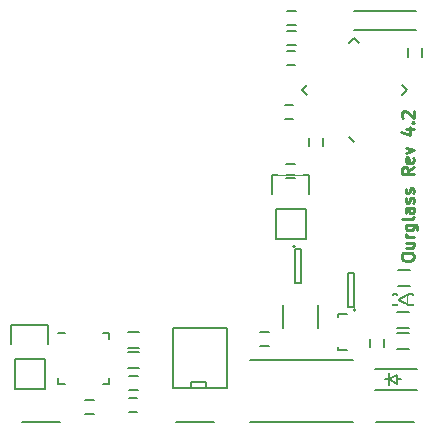
<source format=gto>
G04 #@! TF.FileFunction,Legend,Top*
%FSLAX46Y46*%
G04 Gerber Fmt 4.6, Leading zero omitted, Abs format (unit mm)*
G04 Created by KiCad (PCBNEW (2015-07-20 BZR 5967)-product) date Thursday, July 23, 2015 'PMt' 01:28:37 PM*
%MOMM*%
G01*
G04 APERTURE LIST*
%ADD10C,0.100000*%
%ADD11C,0.250000*%
%ADD12C,0.150000*%
%ADD13R,0.797560X0.797560*%
%ADD14R,0.910000X1.220000*%
%ADD15R,2.500000X0.900000*%
%ADD16R,0.800100X0.800100*%
%ADD17R,1.143000X0.508000*%
%ADD18R,1.060000X0.650000*%
%ADD19C,0.220000*%
%ADD20R,0.850000X0.300000*%
%ADD21R,0.300000X0.850000*%
%ADD22R,1.600000X1.900000*%
%ADD23R,2.000000X2.000000*%
%ADD24R,0.400000X1.350000*%
%ADD25R,0.700000X0.400000*%
%ADD26R,1.200000X0.650000*%
%ADD27R,0.500000X1.600000*%
%ADD28R,2.032000X2.032000*%
%ADD29O,2.032000X2.032000*%
%ADD30R,0.800000X0.900000*%
%ADD31R,0.800000X0.750000*%
%ADD32R,0.750000X0.800000*%
%ADD33R,0.500000X0.900000*%
%ADD34R,1.500000X1.500000*%
%ADD35R,1.100000X0.250000*%
G04 APERTURE END LIST*
D10*
D11*
X183212381Y-101925239D02*
X183212381Y-101734762D01*
X183260000Y-101639524D01*
X183355238Y-101544286D01*
X183545714Y-101496667D01*
X183879048Y-101496667D01*
X184069524Y-101544286D01*
X184164762Y-101639524D01*
X184212381Y-101734762D01*
X184212381Y-101925239D01*
X184164762Y-102020477D01*
X184069524Y-102115715D01*
X183879048Y-102163334D01*
X183545714Y-102163334D01*
X183355238Y-102115715D01*
X183260000Y-102020477D01*
X183212381Y-101925239D01*
X183545714Y-100639524D02*
X184212381Y-100639524D01*
X183545714Y-101068096D02*
X184069524Y-101068096D01*
X184164762Y-101020477D01*
X184212381Y-100925239D01*
X184212381Y-100782381D01*
X184164762Y-100687143D01*
X184117143Y-100639524D01*
X184212381Y-100163334D02*
X183545714Y-100163334D01*
X183736190Y-100163334D02*
X183640952Y-100115715D01*
X183593333Y-100068096D01*
X183545714Y-99972858D01*
X183545714Y-99877619D01*
X183545714Y-99115714D02*
X184355238Y-99115714D01*
X184450476Y-99163333D01*
X184498095Y-99210952D01*
X184545714Y-99306191D01*
X184545714Y-99449048D01*
X184498095Y-99544286D01*
X184164762Y-99115714D02*
X184212381Y-99210952D01*
X184212381Y-99401429D01*
X184164762Y-99496667D01*
X184117143Y-99544286D01*
X184021905Y-99591905D01*
X183736190Y-99591905D01*
X183640952Y-99544286D01*
X183593333Y-99496667D01*
X183545714Y-99401429D01*
X183545714Y-99210952D01*
X183593333Y-99115714D01*
X184212381Y-98496667D02*
X184164762Y-98591905D01*
X184069524Y-98639524D01*
X183212381Y-98639524D01*
X184212381Y-97687142D02*
X183688571Y-97687142D01*
X183593333Y-97734761D01*
X183545714Y-97829999D01*
X183545714Y-98020476D01*
X183593333Y-98115714D01*
X184164762Y-97687142D02*
X184212381Y-97782380D01*
X184212381Y-98020476D01*
X184164762Y-98115714D01*
X184069524Y-98163333D01*
X183974286Y-98163333D01*
X183879048Y-98115714D01*
X183831429Y-98020476D01*
X183831429Y-97782380D01*
X183783810Y-97687142D01*
X184164762Y-97258571D02*
X184212381Y-97163333D01*
X184212381Y-96972857D01*
X184164762Y-96877618D01*
X184069524Y-96829999D01*
X184021905Y-96829999D01*
X183926667Y-96877618D01*
X183879048Y-96972857D01*
X183879048Y-97115714D01*
X183831429Y-97210952D01*
X183736190Y-97258571D01*
X183688571Y-97258571D01*
X183593333Y-97210952D01*
X183545714Y-97115714D01*
X183545714Y-96972857D01*
X183593333Y-96877618D01*
X184164762Y-96449047D02*
X184212381Y-96353809D01*
X184212381Y-96163333D01*
X184164762Y-96068094D01*
X184069524Y-96020475D01*
X184021905Y-96020475D01*
X183926667Y-96068094D01*
X183879048Y-96163333D01*
X183879048Y-96306190D01*
X183831429Y-96401428D01*
X183736190Y-96449047D01*
X183688571Y-96449047D01*
X183593333Y-96401428D01*
X183545714Y-96306190D01*
X183545714Y-96163333D01*
X183593333Y-96068094D01*
X184212381Y-94258570D02*
X183736190Y-94591904D01*
X184212381Y-94829999D02*
X183212381Y-94829999D01*
X183212381Y-94449046D01*
X183260000Y-94353808D01*
X183307619Y-94306189D01*
X183402857Y-94258570D01*
X183545714Y-94258570D01*
X183640952Y-94306189D01*
X183688571Y-94353808D01*
X183736190Y-94449046D01*
X183736190Y-94829999D01*
X184164762Y-93449046D02*
X184212381Y-93544284D01*
X184212381Y-93734761D01*
X184164762Y-93829999D01*
X184069524Y-93877618D01*
X183688571Y-93877618D01*
X183593333Y-93829999D01*
X183545714Y-93734761D01*
X183545714Y-93544284D01*
X183593333Y-93449046D01*
X183688571Y-93401427D01*
X183783810Y-93401427D01*
X183879048Y-93877618D01*
X183545714Y-93068094D02*
X184212381Y-92829999D01*
X183545714Y-92591903D01*
X183545714Y-91020474D02*
X184212381Y-91020474D01*
X183164762Y-91258570D02*
X183879048Y-91496665D01*
X183879048Y-90877617D01*
X184117143Y-90496665D02*
X184164762Y-90449046D01*
X184212381Y-90496665D01*
X184164762Y-90544284D01*
X184117143Y-90496665D01*
X184212381Y-90496665D01*
X183307619Y-90068094D02*
X183260000Y-90020475D01*
X183212381Y-89925237D01*
X183212381Y-89687141D01*
X183260000Y-89591903D01*
X183307619Y-89544284D01*
X183402857Y-89496665D01*
X183498095Y-89496665D01*
X183640952Y-89544284D01*
X184212381Y-90115713D01*
X184212381Y-89496665D01*
D12*
X183700000Y-105060000D02*
X182900000Y-105460000D01*
X182900000Y-105460000D02*
X183700000Y-105860000D01*
X182850420Y-105010420D02*
X182850420Y-105909580D01*
X182850420Y-105909580D02*
X182451640Y-105909580D01*
X182451640Y-105010420D02*
X182451640Y-105909580D01*
X182850420Y-105010420D02*
X182451640Y-105010420D01*
X184148360Y-105010420D02*
X184148360Y-105909580D01*
X184148360Y-105909580D02*
X183749580Y-105909580D01*
X183749580Y-105010420D02*
X183749580Y-105909580D01*
X184148360Y-105010420D02*
X183749580Y-105010420D01*
X182797500Y-112210000D02*
X183178500Y-112210000D01*
X181781500Y-112210000D02*
X182162500Y-112210000D01*
X182162500Y-112210000D02*
X182797500Y-111829000D01*
X182797500Y-111829000D02*
X182797500Y-112591000D01*
X182797500Y-112591000D02*
X182162500Y-112210000D01*
X182162500Y-111702000D02*
X182162500Y-112718000D01*
X184480000Y-111310000D02*
X180940000Y-111310000D01*
X184480000Y-113110000D02*
X180940000Y-113110000D01*
X176125000Y-105900000D02*
X176125000Y-107900000D01*
X173175000Y-107900000D02*
X173175000Y-105900000D01*
X177849760Y-106900840D02*
X177849760Y-106949100D01*
X178550800Y-109699820D02*
X177849760Y-109699820D01*
X177849760Y-109699820D02*
X177849760Y-109450900D01*
X177849760Y-106900840D02*
X177849760Y-106700180D01*
X177849760Y-106700180D02*
X178550800Y-106700180D01*
X163864000Y-112940000D02*
X163864000Y-107860000D01*
X163864000Y-107860000D02*
X168436000Y-107860000D01*
X168436000Y-107860000D02*
X168436000Y-112940000D01*
X168436000Y-112940000D02*
X163864000Y-112940000D01*
X165388000Y-112940000D02*
X165388000Y-112432000D01*
X165388000Y-112432000D02*
X166658000Y-112432000D01*
X166658000Y-112432000D02*
X166658000Y-112940000D01*
X174200000Y-100950000D02*
G75*
G03X174200000Y-100950000I-100000J0D01*
G01*
X174650000Y-101200000D02*
X174150000Y-101200000D01*
X174650000Y-104100000D02*
X174650000Y-101200000D01*
X174150000Y-104100000D02*
X174650000Y-104100000D01*
X174150000Y-101200000D02*
X174150000Y-104100000D01*
X179300000Y-106350000D02*
G75*
G03X179300000Y-106350000I-100000J0D01*
G01*
X178650000Y-106100000D02*
X179150000Y-106100000D01*
X178650000Y-103200000D02*
X178650000Y-106100000D01*
X179150000Y-103200000D02*
X178650000Y-103200000D01*
X179150000Y-106100000D02*
X179150000Y-103200000D01*
X174780583Y-87700000D02*
X175204847Y-87275736D01*
X183619417Y-87700000D02*
X183195153Y-88124264D01*
X179200000Y-83280583D02*
X178775736Y-83704847D01*
X179200000Y-92119417D02*
X178775736Y-91695153D01*
X183619417Y-87700000D02*
X183195153Y-87275736D01*
X179200000Y-83280583D02*
X179624264Y-83704847D01*
X174780583Y-87700000D02*
X175204847Y-88124264D01*
X158450000Y-108300000D02*
X158450000Y-108825000D01*
X154150000Y-112600000D02*
X154150000Y-112075000D01*
X158450000Y-112600000D02*
X158450000Y-112075000D01*
X154150000Y-108300000D02*
X154675000Y-108300000D01*
X154150000Y-112600000D02*
X154675000Y-112600000D01*
X158450000Y-112600000D02*
X157925000Y-112600000D01*
X158450000Y-108300000D02*
X157925000Y-108300000D01*
X170349100Y-110612460D02*
X179049100Y-110612460D01*
X179049100Y-115787460D02*
X170349100Y-115787460D01*
X181070000Y-115790000D02*
X184270000Y-115790000D01*
X164140000Y-115790000D02*
X167340000Y-115790000D01*
X151060000Y-115810000D02*
X154260000Y-115810000D01*
X179200000Y-81000000D02*
X184400000Y-81000000D01*
X179200000Y-82600000D02*
X184400000Y-82600000D01*
X175070000Y-97770000D02*
X175070000Y-100310000D01*
X175350000Y-94950000D02*
X175350000Y-96500000D01*
X175070000Y-97770000D02*
X172530000Y-97770000D01*
X172250000Y-96500000D02*
X172250000Y-94950000D01*
X172250000Y-94950000D02*
X175350000Y-94950000D01*
X172530000Y-97770000D02*
X172530000Y-100310000D01*
X172530000Y-100310000D02*
X175070000Y-100310000D01*
X152970000Y-110470000D02*
X152970000Y-113010000D01*
X153250000Y-107650000D02*
X153250000Y-109200000D01*
X152970000Y-110470000D02*
X150430000Y-110470000D01*
X150150000Y-109200000D02*
X150150000Y-107650000D01*
X150150000Y-107650000D02*
X153250000Y-107650000D01*
X150430000Y-110470000D02*
X150430000Y-113010000D01*
X150430000Y-113010000D02*
X152970000Y-113010000D01*
X174050000Y-90200000D02*
X173350000Y-90200000D01*
X173350000Y-89000000D02*
X174050000Y-89000000D01*
X160810000Y-114960000D02*
X160110000Y-114960000D01*
X160110000Y-113760000D02*
X160810000Y-113760000D01*
X157120000Y-115190000D02*
X156420000Y-115190000D01*
X156420000Y-113990000D02*
X157120000Y-113990000D01*
X160150000Y-111950000D02*
X160850000Y-111950000D01*
X160850000Y-113150000D02*
X160150000Y-113150000D01*
X173523160Y-82724700D02*
X174223160Y-82724700D01*
X174223160Y-83924700D02*
X173523160Y-83924700D01*
X175345800Y-92475800D02*
X175345800Y-91775800D01*
X176545800Y-91775800D02*
X176545800Y-92475800D01*
X184948120Y-84196440D02*
X184948120Y-84896440D01*
X183748120Y-84896440D02*
X183748120Y-84196440D01*
X174223160Y-82222900D02*
X173523160Y-82222900D01*
X173523160Y-81022900D02*
X174223160Y-81022900D01*
X174213000Y-85629040D02*
X173513000Y-85629040D01*
X173513000Y-84429040D02*
X174213000Y-84429040D01*
X182850000Y-108335000D02*
X183850000Y-108335000D01*
X183850000Y-109685000D02*
X182850000Y-109685000D01*
X183900000Y-104285000D02*
X182900000Y-104285000D01*
X182900000Y-102935000D02*
X183900000Y-102935000D01*
X183850000Y-107835000D02*
X182850000Y-107835000D01*
X182850000Y-106485000D02*
X183850000Y-106485000D01*
X160000000Y-108175000D02*
X161000000Y-108175000D01*
X161000000Y-109525000D02*
X160000000Y-109525000D01*
X160000000Y-109875000D02*
X161000000Y-109875000D01*
X161000000Y-111225000D02*
X160000000Y-111225000D01*
X181710000Y-108770000D02*
X181710000Y-109470000D01*
X180510000Y-109470000D02*
X180510000Y-108770000D01*
X171950000Y-109400000D02*
X171250000Y-109400000D01*
X171250000Y-108200000D02*
X171950000Y-108200000D01*
X174150000Y-95150000D02*
X173450000Y-95150000D01*
X173450000Y-93950000D02*
X174150000Y-93950000D01*
%LPC*%
D13*
X184049300Y-105460000D03*
X182550700Y-105460000D03*
D14*
X184115000Y-112210000D03*
X180845000Y-112210000D03*
D15*
X174650000Y-108350000D03*
X174650000Y-105450000D03*
D16*
X179500760Y-109150000D03*
X179500760Y-107250000D03*
X177501780Y-108200000D03*
D17*
X162975000Y-112305000D03*
X162975000Y-111035000D03*
X162975000Y-109765000D03*
X162975000Y-108495000D03*
X169325000Y-108495000D03*
X169325000Y-109765000D03*
X169325000Y-111035000D03*
X169325000Y-112305000D03*
D18*
X173300000Y-101700000D03*
X173300000Y-102650000D03*
X173300000Y-103600000D03*
X175500000Y-103600000D03*
X175500000Y-101700000D03*
X180000000Y-105600000D03*
X180000000Y-104650000D03*
X180000000Y-103700000D03*
X177800000Y-103700000D03*
X177800000Y-105600000D03*
D19*
X176600000Y-82050000D03*
X176850000Y-82500000D03*
X176350000Y-82500000D03*
X176350000Y-83100000D03*
X176850000Y-83100000D03*
D10*
G36*
X180119238Y-91589087D02*
X179977817Y-91730508D01*
X179412132Y-91164823D01*
X179553553Y-91023402D01*
X180119238Y-91589087D01*
X180119238Y-91589087D01*
G37*
G36*
X180402081Y-91306245D02*
X180260660Y-91447666D01*
X179694975Y-90881981D01*
X179836396Y-90740560D01*
X180402081Y-91306245D01*
X180402081Y-91306245D01*
G37*
G36*
X180684924Y-91023402D02*
X180543503Y-91164823D01*
X179977818Y-90599138D01*
X180119239Y-90457717D01*
X180684924Y-91023402D01*
X180684924Y-91023402D01*
G37*
G36*
X180967767Y-90740559D02*
X180826346Y-90881980D01*
X180260661Y-90316295D01*
X180402082Y-90174874D01*
X180967767Y-90740559D01*
X180967767Y-90740559D01*
G37*
G36*
X181250609Y-90457716D02*
X181109188Y-90599137D01*
X180543503Y-90033452D01*
X180684924Y-89892031D01*
X181250609Y-90457716D01*
X181250609Y-90457716D01*
G37*
G36*
X181533452Y-90174874D02*
X181392031Y-90316295D01*
X180826346Y-89750610D01*
X180967767Y-89609189D01*
X181533452Y-90174874D01*
X181533452Y-90174874D01*
G37*
G36*
X181816295Y-89892031D02*
X181674874Y-90033452D01*
X181109189Y-89467767D01*
X181250610Y-89326346D01*
X181816295Y-89892031D01*
X181816295Y-89892031D01*
G37*
G36*
X182099137Y-89609188D02*
X181957716Y-89750609D01*
X181392031Y-89184924D01*
X181533452Y-89043503D01*
X182099137Y-89609188D01*
X182099137Y-89609188D01*
G37*
G36*
X182381980Y-89326346D02*
X182240559Y-89467767D01*
X181674874Y-88902082D01*
X181816295Y-88760661D01*
X182381980Y-89326346D01*
X182381980Y-89326346D01*
G37*
G36*
X182664823Y-89043503D02*
X182523402Y-89184924D01*
X181957717Y-88619239D01*
X182099138Y-88477818D01*
X182664823Y-89043503D01*
X182664823Y-89043503D01*
G37*
G36*
X182947666Y-88760660D02*
X182806245Y-88902081D01*
X182240560Y-88336396D01*
X182381981Y-88194975D01*
X182947666Y-88760660D01*
X182947666Y-88760660D01*
G37*
G36*
X183230508Y-88477817D02*
X183089087Y-88619238D01*
X182523402Y-88053553D01*
X182664823Y-87912132D01*
X183230508Y-88477817D01*
X183230508Y-88477817D01*
G37*
G36*
X183089087Y-86780762D02*
X183230508Y-86922183D01*
X182664823Y-87487868D01*
X182523402Y-87346447D01*
X183089087Y-86780762D01*
X183089087Y-86780762D01*
G37*
G36*
X182806245Y-86497919D02*
X182947666Y-86639340D01*
X182381981Y-87205025D01*
X182240560Y-87063604D01*
X182806245Y-86497919D01*
X182806245Y-86497919D01*
G37*
G36*
X182523402Y-86215076D02*
X182664823Y-86356497D01*
X182099138Y-86922182D01*
X181957717Y-86780761D01*
X182523402Y-86215076D01*
X182523402Y-86215076D01*
G37*
G36*
X182240559Y-85932233D02*
X182381980Y-86073654D01*
X181816295Y-86639339D01*
X181674874Y-86497918D01*
X182240559Y-85932233D01*
X182240559Y-85932233D01*
G37*
G36*
X181957716Y-85649391D02*
X182099137Y-85790812D01*
X181533452Y-86356497D01*
X181392031Y-86215076D01*
X181957716Y-85649391D01*
X181957716Y-85649391D01*
G37*
G36*
X181674874Y-85366548D02*
X181816295Y-85507969D01*
X181250610Y-86073654D01*
X181109189Y-85932233D01*
X181674874Y-85366548D01*
X181674874Y-85366548D01*
G37*
G36*
X181392031Y-85083705D02*
X181533452Y-85225126D01*
X180967767Y-85790811D01*
X180826346Y-85649390D01*
X181392031Y-85083705D01*
X181392031Y-85083705D01*
G37*
G36*
X181109188Y-84800863D02*
X181250609Y-84942284D01*
X180684924Y-85507969D01*
X180543503Y-85366548D01*
X181109188Y-84800863D01*
X181109188Y-84800863D01*
G37*
G36*
X180826346Y-84518020D02*
X180967767Y-84659441D01*
X180402082Y-85225126D01*
X180260661Y-85083705D01*
X180826346Y-84518020D01*
X180826346Y-84518020D01*
G37*
G36*
X180543503Y-84235177D02*
X180684924Y-84376598D01*
X180119239Y-84942283D01*
X179977818Y-84800862D01*
X180543503Y-84235177D01*
X180543503Y-84235177D01*
G37*
G36*
X180260660Y-83952334D02*
X180402081Y-84093755D01*
X179836396Y-84659440D01*
X179694975Y-84518019D01*
X180260660Y-83952334D01*
X180260660Y-83952334D01*
G37*
G36*
X179977817Y-83669492D02*
X180119238Y-83810913D01*
X179553553Y-84376598D01*
X179412132Y-84235177D01*
X179977817Y-83669492D01*
X179977817Y-83669492D01*
G37*
G36*
X178987868Y-84235177D02*
X178846447Y-84376598D01*
X178280762Y-83810913D01*
X178422183Y-83669492D01*
X178987868Y-84235177D01*
X178987868Y-84235177D01*
G37*
G36*
X178705025Y-84518019D02*
X178563604Y-84659440D01*
X177997919Y-84093755D01*
X178139340Y-83952334D01*
X178705025Y-84518019D01*
X178705025Y-84518019D01*
G37*
G36*
X178422182Y-84800862D02*
X178280761Y-84942283D01*
X177715076Y-84376598D01*
X177856497Y-84235177D01*
X178422182Y-84800862D01*
X178422182Y-84800862D01*
G37*
G36*
X178139339Y-85083705D02*
X177997918Y-85225126D01*
X177432233Y-84659441D01*
X177573654Y-84518020D01*
X178139339Y-85083705D01*
X178139339Y-85083705D01*
G37*
G36*
X177856497Y-85366548D02*
X177715076Y-85507969D01*
X177149391Y-84942284D01*
X177290812Y-84800863D01*
X177856497Y-85366548D01*
X177856497Y-85366548D01*
G37*
G36*
X177573654Y-85649390D02*
X177432233Y-85790811D01*
X176866548Y-85225126D01*
X177007969Y-85083705D01*
X177573654Y-85649390D01*
X177573654Y-85649390D01*
G37*
G36*
X177290811Y-85932233D02*
X177149390Y-86073654D01*
X176583705Y-85507969D01*
X176725126Y-85366548D01*
X177290811Y-85932233D01*
X177290811Y-85932233D01*
G37*
G36*
X177007969Y-86215076D02*
X176866548Y-86356497D01*
X176300863Y-85790812D01*
X176442284Y-85649391D01*
X177007969Y-86215076D01*
X177007969Y-86215076D01*
G37*
G36*
X176725126Y-86497918D02*
X176583705Y-86639339D01*
X176018020Y-86073654D01*
X176159441Y-85932233D01*
X176725126Y-86497918D01*
X176725126Y-86497918D01*
G37*
G36*
X176442283Y-86780761D02*
X176300862Y-86922182D01*
X175735177Y-86356497D01*
X175876598Y-86215076D01*
X176442283Y-86780761D01*
X176442283Y-86780761D01*
G37*
G36*
X176159440Y-87063604D02*
X176018019Y-87205025D01*
X175452334Y-86639340D01*
X175593755Y-86497919D01*
X176159440Y-87063604D01*
X176159440Y-87063604D01*
G37*
G36*
X175876598Y-87346447D02*
X175735177Y-87487868D01*
X175169492Y-86922183D01*
X175310913Y-86780762D01*
X175876598Y-87346447D01*
X175876598Y-87346447D01*
G37*
G36*
X175735177Y-87912132D02*
X175876598Y-88053553D01*
X175310913Y-88619238D01*
X175169492Y-88477817D01*
X175735177Y-87912132D01*
X175735177Y-87912132D01*
G37*
G36*
X176018019Y-88194975D02*
X176159440Y-88336396D01*
X175593755Y-88902081D01*
X175452334Y-88760660D01*
X176018019Y-88194975D01*
X176018019Y-88194975D01*
G37*
G36*
X176300862Y-88477818D02*
X176442283Y-88619239D01*
X175876598Y-89184924D01*
X175735177Y-89043503D01*
X176300862Y-88477818D01*
X176300862Y-88477818D01*
G37*
G36*
X176583705Y-88760661D02*
X176725126Y-88902082D01*
X176159441Y-89467767D01*
X176018020Y-89326346D01*
X176583705Y-88760661D01*
X176583705Y-88760661D01*
G37*
G36*
X176866548Y-89043503D02*
X177007969Y-89184924D01*
X176442284Y-89750609D01*
X176300863Y-89609188D01*
X176866548Y-89043503D01*
X176866548Y-89043503D01*
G37*
G36*
X177149390Y-89326346D02*
X177290811Y-89467767D01*
X176725126Y-90033452D01*
X176583705Y-89892031D01*
X177149390Y-89326346D01*
X177149390Y-89326346D01*
G37*
G36*
X177432233Y-89609189D02*
X177573654Y-89750610D01*
X177007969Y-90316295D01*
X176866548Y-90174874D01*
X177432233Y-89609189D01*
X177432233Y-89609189D01*
G37*
G36*
X177715076Y-89892031D02*
X177856497Y-90033452D01*
X177290812Y-90599137D01*
X177149391Y-90457716D01*
X177715076Y-89892031D01*
X177715076Y-89892031D01*
G37*
G36*
X177997918Y-90174874D02*
X178139339Y-90316295D01*
X177573654Y-90881980D01*
X177432233Y-90740559D01*
X177997918Y-90174874D01*
X177997918Y-90174874D01*
G37*
G36*
X178280761Y-90457717D02*
X178422182Y-90599138D01*
X177856497Y-91164823D01*
X177715076Y-91023402D01*
X178280761Y-90457717D01*
X178280761Y-90457717D01*
G37*
G36*
X178563604Y-90740560D02*
X178705025Y-90881981D01*
X178139340Y-91447666D01*
X177997919Y-91306245D01*
X178563604Y-90740560D01*
X178563604Y-90740560D01*
G37*
G36*
X178846447Y-91023402D02*
X178987868Y-91164823D01*
X178422183Y-91730508D01*
X178280762Y-91589087D01*
X178846447Y-91023402D01*
X178846447Y-91023402D01*
G37*
G36*
X179986656Y-85340031D02*
X179200000Y-86126687D01*
X178413344Y-85340031D01*
X179200000Y-84553375D01*
X179986656Y-85340031D01*
X179986656Y-85340031D01*
G37*
G36*
X179200000Y-86126687D02*
X178413344Y-86913343D01*
X177626688Y-86126687D01*
X178413344Y-85340031D01*
X179200000Y-86126687D01*
X179200000Y-86126687D01*
G37*
G36*
X178413343Y-86913344D02*
X177626687Y-87700000D01*
X176840031Y-86913344D01*
X177626687Y-86126688D01*
X178413343Y-86913344D01*
X178413343Y-86913344D01*
G37*
G36*
X177626687Y-87700000D02*
X176840031Y-88486656D01*
X176053375Y-87700000D01*
X176840031Y-86913344D01*
X177626687Y-87700000D01*
X177626687Y-87700000D01*
G37*
G36*
X180773312Y-86126687D02*
X179986656Y-86913343D01*
X179200000Y-86126687D01*
X179986656Y-85340031D01*
X180773312Y-86126687D01*
X180773312Y-86126687D01*
G37*
G36*
X179986656Y-86913344D02*
X179200000Y-87700000D01*
X178413344Y-86913344D01*
X179200000Y-86126688D01*
X179986656Y-86913344D01*
X179986656Y-86913344D01*
G37*
G36*
X179200000Y-87700000D02*
X178413344Y-88486656D01*
X177626688Y-87700000D01*
X178413344Y-86913344D01*
X179200000Y-87700000D01*
X179200000Y-87700000D01*
G37*
G36*
X178413343Y-88486656D02*
X177626687Y-89273312D01*
X176840031Y-88486656D01*
X177626687Y-87700000D01*
X178413343Y-88486656D01*
X178413343Y-88486656D01*
G37*
G36*
X181559969Y-86913344D02*
X180773313Y-87700000D01*
X179986657Y-86913344D01*
X180773313Y-86126688D01*
X181559969Y-86913344D01*
X181559969Y-86913344D01*
G37*
G36*
X180773312Y-87700000D02*
X179986656Y-88486656D01*
X179200000Y-87700000D01*
X179986656Y-86913344D01*
X180773312Y-87700000D01*
X180773312Y-87700000D01*
G37*
G36*
X179986656Y-88486656D02*
X179200000Y-89273312D01*
X178413344Y-88486656D01*
X179200000Y-87700000D01*
X179986656Y-88486656D01*
X179986656Y-88486656D01*
G37*
G36*
X179200000Y-89273313D02*
X178413344Y-90059969D01*
X177626688Y-89273313D01*
X178413344Y-88486657D01*
X179200000Y-89273313D01*
X179200000Y-89273313D01*
G37*
G36*
X182346625Y-87700000D02*
X181559969Y-88486656D01*
X180773313Y-87700000D01*
X181559969Y-86913344D01*
X182346625Y-87700000D01*
X182346625Y-87700000D01*
G37*
G36*
X181559969Y-88486656D02*
X180773313Y-89273312D01*
X179986657Y-88486656D01*
X180773313Y-87700000D01*
X181559969Y-88486656D01*
X181559969Y-88486656D01*
G37*
G36*
X180773312Y-89273313D02*
X179986656Y-90059969D01*
X179200000Y-89273313D01*
X179986656Y-88486657D01*
X180773312Y-89273313D01*
X180773312Y-89273313D01*
G37*
G36*
X179986656Y-90059969D02*
X179200000Y-90846625D01*
X178413344Y-90059969D01*
X179200000Y-89273313D01*
X179986656Y-90059969D01*
X179986656Y-90059969D01*
G37*
D20*
X154350000Y-109200000D03*
X154350000Y-109700000D03*
X154350000Y-110200000D03*
X154350000Y-110700000D03*
X154350000Y-111200000D03*
X154350000Y-111700000D03*
D21*
X155050000Y-112400000D03*
X155550000Y-112400000D03*
X156050000Y-112400000D03*
X156550000Y-112400000D03*
X157050000Y-112400000D03*
X157550000Y-112400000D03*
D20*
X158250000Y-111700000D03*
X158250000Y-111200000D03*
X158250000Y-110700000D03*
X158250000Y-110200000D03*
X158250000Y-109700000D03*
X158250000Y-109200000D03*
D21*
X157550000Y-108500000D03*
X157050000Y-108500000D03*
X156550000Y-108500000D03*
X156050000Y-108500000D03*
X155550000Y-108500000D03*
X155050000Y-108500000D03*
D22*
X175950000Y-114370000D03*
X173450000Y-114370000D03*
X178810000Y-114370000D03*
D23*
X177700000Y-111940000D03*
D24*
X173399100Y-111637460D03*
X174049100Y-111637460D03*
X174699100Y-111637460D03*
X175349100Y-111637460D03*
X175999100Y-111637460D03*
D23*
X171700000Y-111940000D03*
D22*
X170590000Y-114370000D03*
D25*
X183970000Y-115190000D03*
D26*
X183770000Y-114090000D03*
X181570000Y-114090000D03*
D25*
X181370000Y-115190000D03*
X167040000Y-115190000D03*
D26*
X166840000Y-114090000D03*
X164640000Y-114090000D03*
D25*
X164440000Y-115190000D03*
X153960000Y-115210000D03*
D26*
X153760000Y-114110000D03*
X151560000Y-114110000D03*
D25*
X151360000Y-115210000D03*
D27*
X184800000Y-81800000D03*
X178800000Y-81800000D03*
D28*
X173800000Y-96500000D03*
D29*
X173800000Y-99040000D03*
D28*
X151700000Y-109200000D03*
D29*
X151700000Y-111740000D03*
D30*
X173035900Y-93078100D03*
X173035900Y-91628100D03*
X174110900Y-93078100D03*
X174110900Y-91628100D03*
D31*
X174450000Y-89600000D03*
X172950000Y-89600000D03*
X161210000Y-114360000D03*
X159710000Y-114360000D03*
X157520000Y-114590000D03*
X156020000Y-114590000D03*
X159750000Y-112550000D03*
X161250000Y-112550000D03*
X173123160Y-83324700D03*
X174623160Y-83324700D03*
D32*
X175945800Y-92875800D03*
X175945800Y-91375800D03*
X184348120Y-83796440D03*
X184348120Y-85296440D03*
D31*
X174623160Y-81622900D03*
X173123160Y-81622900D03*
X174613000Y-85029040D03*
X173113000Y-85029040D03*
D33*
X184100000Y-109010000D03*
X182600000Y-109010000D03*
X182650000Y-103610000D03*
X184150000Y-103610000D03*
X182600000Y-107160000D03*
X184100000Y-107160000D03*
X161250000Y-108850000D03*
X159750000Y-108850000D03*
X161250000Y-110550000D03*
X159750000Y-110550000D03*
D32*
X181110000Y-108370000D03*
X181110000Y-109870000D03*
D31*
X172350000Y-108800000D03*
X170850000Y-108800000D03*
X174550000Y-94550000D03*
X173050000Y-94550000D03*
D34*
X180500000Y-101700000D03*
D35*
X177100000Y-99750000D03*
X177100000Y-99250000D03*
X177100000Y-98750000D03*
X177100000Y-98250000D03*
X177100000Y-97750000D03*
X177100000Y-97250000D03*
X177100000Y-96750000D03*
X177100000Y-96250000D03*
X177100000Y-95750000D03*
X177100000Y-100250000D03*
D34*
X180500000Y-94300000D03*
M02*

</source>
